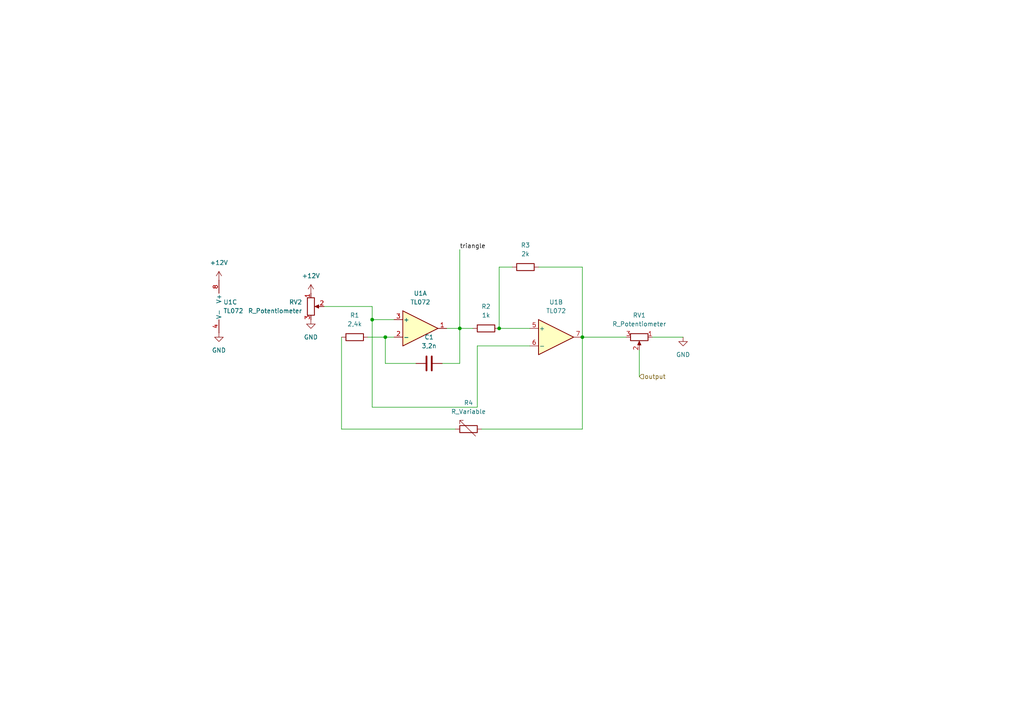
<source format=kicad_sch>
(kicad_sch
	(version 20250114)
	(generator "eeschema")
	(generator_version "9.0")
	(uuid "36a3c8af-8f81-4186-8706-e0adb3a86e43")
	(paper "A4")
	(lib_symbols
		(symbol "Amplifier_Operational:TL072"
			(pin_names
				(offset 0.127)
			)
			(exclude_from_sim no)
			(in_bom yes)
			(on_board yes)
			(property "Reference" "U"
				(at 0 5.08 0)
				(effects
					(font
						(size 1.27 1.27)
					)
					(justify left)
				)
			)
			(property "Value" "TL072"
				(at 0 -5.08 0)
				(effects
					(font
						(size 1.27 1.27)
					)
					(justify left)
				)
			)
			(property "Footprint" ""
				(at 0 0 0)
				(effects
					(font
						(size 1.27 1.27)
					)
					(hide yes)
				)
			)
			(property "Datasheet" "http://www.ti.com/lit/ds/symlink/tl071.pdf"
				(at 0 0 0)
				(effects
					(font
						(size 1.27 1.27)
					)
					(hide yes)
				)
			)
			(property "Description" "Dual Low-Noise JFET-Input Operational Amplifiers, DIP-8/SOIC-8"
				(at 0 0 0)
				(effects
					(font
						(size 1.27 1.27)
					)
					(hide yes)
				)
			)
			(property "ki_locked" ""
				(at 0 0 0)
				(effects
					(font
						(size 1.27 1.27)
					)
				)
			)
			(property "ki_keywords" "dual opamp"
				(at 0 0 0)
				(effects
					(font
						(size 1.27 1.27)
					)
					(hide yes)
				)
			)
			(property "ki_fp_filters" "SOIC*3.9x4.9mm*P1.27mm* DIP*W7.62mm* TO*99* OnSemi*Micro8* TSSOP*3x3mm*P0.65mm* TSSOP*4.4x3mm*P0.65mm* MSOP*3x3mm*P0.65mm* SSOP*3.9x4.9mm*P0.635mm* LFCSP*2x2mm*P0.5mm* *SIP* SOIC*5.3x6.2mm*P1.27mm*"
				(at 0 0 0)
				(effects
					(font
						(size 1.27 1.27)
					)
					(hide yes)
				)
			)
			(symbol "TL072_1_1"
				(polyline
					(pts
						(xy -5.08 5.08) (xy 5.08 0) (xy -5.08 -5.08) (xy -5.08 5.08)
					)
					(stroke
						(width 0.254)
						(type default)
					)
					(fill
						(type background)
					)
				)
				(pin input line
					(at -7.62 2.54 0)
					(length 2.54)
					(name "+"
						(effects
							(font
								(size 1.27 1.27)
							)
						)
					)
					(number "3"
						(effects
							(font
								(size 1.27 1.27)
							)
						)
					)
				)
				(pin input line
					(at -7.62 -2.54 0)
					(length 2.54)
					(name "-"
						(effects
							(font
								(size 1.27 1.27)
							)
						)
					)
					(number "2"
						(effects
							(font
								(size 1.27 1.27)
							)
						)
					)
				)
				(pin output line
					(at 7.62 0 180)
					(length 2.54)
					(name "~"
						(effects
							(font
								(size 1.27 1.27)
							)
						)
					)
					(number "1"
						(effects
							(font
								(size 1.27 1.27)
							)
						)
					)
				)
			)
			(symbol "TL072_2_1"
				(polyline
					(pts
						(xy -5.08 5.08) (xy 5.08 0) (xy -5.08 -5.08) (xy -5.08 5.08)
					)
					(stroke
						(width 0.254)
						(type default)
					)
					(fill
						(type background)
					)
				)
				(pin input line
					(at -7.62 2.54 0)
					(length 2.54)
					(name "+"
						(effects
							(font
								(size 1.27 1.27)
							)
						)
					)
					(number "5"
						(effects
							(font
								(size 1.27 1.27)
							)
						)
					)
				)
				(pin input line
					(at -7.62 -2.54 0)
					(length 2.54)
					(name "-"
						(effects
							(font
								(size 1.27 1.27)
							)
						)
					)
					(number "6"
						(effects
							(font
								(size 1.27 1.27)
							)
						)
					)
				)
				(pin output line
					(at 7.62 0 180)
					(length 2.54)
					(name "~"
						(effects
							(font
								(size 1.27 1.27)
							)
						)
					)
					(number "7"
						(effects
							(font
								(size 1.27 1.27)
							)
						)
					)
				)
			)
			(symbol "TL072_3_1"
				(pin power_in line
					(at -2.54 7.62 270)
					(length 3.81)
					(name "V+"
						(effects
							(font
								(size 1.27 1.27)
							)
						)
					)
					(number "8"
						(effects
							(font
								(size 1.27 1.27)
							)
						)
					)
				)
				(pin power_in line
					(at -2.54 -7.62 90)
					(length 3.81)
					(name "V-"
						(effects
							(font
								(size 1.27 1.27)
							)
						)
					)
					(number "4"
						(effects
							(font
								(size 1.27 1.27)
							)
						)
					)
				)
			)
			(embedded_fonts no)
		)
		(symbol "Device:C"
			(pin_numbers
				(hide yes)
			)
			(pin_names
				(offset 0.254)
			)
			(exclude_from_sim no)
			(in_bom yes)
			(on_board yes)
			(property "Reference" "C"
				(at 0.635 2.54 0)
				(effects
					(font
						(size 1.27 1.27)
					)
					(justify left)
				)
			)
			(property "Value" "C"
				(at 0.635 -2.54 0)
				(effects
					(font
						(size 1.27 1.27)
					)
					(justify left)
				)
			)
			(property "Footprint" ""
				(at 0.9652 -3.81 0)
				(effects
					(font
						(size 1.27 1.27)
					)
					(hide yes)
				)
			)
			(property "Datasheet" "~"
				(at 0 0 0)
				(effects
					(font
						(size 1.27 1.27)
					)
					(hide yes)
				)
			)
			(property "Description" "Unpolarized capacitor"
				(at 0 0 0)
				(effects
					(font
						(size 1.27 1.27)
					)
					(hide yes)
				)
			)
			(property "ki_keywords" "cap capacitor"
				(at 0 0 0)
				(effects
					(font
						(size 1.27 1.27)
					)
					(hide yes)
				)
			)
			(property "ki_fp_filters" "C_*"
				(at 0 0 0)
				(effects
					(font
						(size 1.27 1.27)
					)
					(hide yes)
				)
			)
			(symbol "C_0_1"
				(polyline
					(pts
						(xy -2.032 0.762) (xy 2.032 0.762)
					)
					(stroke
						(width 0.508)
						(type default)
					)
					(fill
						(type none)
					)
				)
				(polyline
					(pts
						(xy -2.032 -0.762) (xy 2.032 -0.762)
					)
					(stroke
						(width 0.508)
						(type default)
					)
					(fill
						(type none)
					)
				)
			)
			(symbol "C_1_1"
				(pin passive line
					(at 0 3.81 270)
					(length 2.794)
					(name "~"
						(effects
							(font
								(size 1.27 1.27)
							)
						)
					)
					(number "1"
						(effects
							(font
								(size 1.27 1.27)
							)
						)
					)
				)
				(pin passive line
					(at 0 -3.81 90)
					(length 2.794)
					(name "~"
						(effects
							(font
								(size 1.27 1.27)
							)
						)
					)
					(number "2"
						(effects
							(font
								(size 1.27 1.27)
							)
						)
					)
				)
			)
			(embedded_fonts no)
		)
		(symbol "Device:R"
			(pin_numbers
				(hide yes)
			)
			(pin_names
				(offset 0)
			)
			(exclude_from_sim no)
			(in_bom yes)
			(on_board yes)
			(property "Reference" "R"
				(at 2.032 0 90)
				(effects
					(font
						(size 1.27 1.27)
					)
				)
			)
			(property "Value" "R"
				(at 0 0 90)
				(effects
					(font
						(size 1.27 1.27)
					)
				)
			)
			(property "Footprint" ""
				(at -1.778 0 90)
				(effects
					(font
						(size 1.27 1.27)
					)
					(hide yes)
				)
			)
			(property "Datasheet" "~"
				(at 0 0 0)
				(effects
					(font
						(size 1.27 1.27)
					)
					(hide yes)
				)
			)
			(property "Description" "Resistor"
				(at 0 0 0)
				(effects
					(font
						(size 1.27 1.27)
					)
					(hide yes)
				)
			)
			(property "ki_keywords" "R res resistor"
				(at 0 0 0)
				(effects
					(font
						(size 1.27 1.27)
					)
					(hide yes)
				)
			)
			(property "ki_fp_filters" "R_*"
				(at 0 0 0)
				(effects
					(font
						(size 1.27 1.27)
					)
					(hide yes)
				)
			)
			(symbol "R_0_1"
				(rectangle
					(start -1.016 -2.54)
					(end 1.016 2.54)
					(stroke
						(width 0.254)
						(type default)
					)
					(fill
						(type none)
					)
				)
			)
			(symbol "R_1_1"
				(pin passive line
					(at 0 3.81 270)
					(length 1.27)
					(name "~"
						(effects
							(font
								(size 1.27 1.27)
							)
						)
					)
					(number "1"
						(effects
							(font
								(size 1.27 1.27)
							)
						)
					)
				)
				(pin passive line
					(at 0 -3.81 90)
					(length 1.27)
					(name "~"
						(effects
							(font
								(size 1.27 1.27)
							)
						)
					)
					(number "2"
						(effects
							(font
								(size 1.27 1.27)
							)
						)
					)
				)
			)
			(embedded_fonts no)
		)
		(symbol "Device:R_Potentiometer"
			(pin_names
				(offset 1.016)
				(hide yes)
			)
			(exclude_from_sim no)
			(in_bom yes)
			(on_board yes)
			(property "Reference" "RV"
				(at -4.445 0 90)
				(effects
					(font
						(size 1.27 1.27)
					)
				)
			)
			(property "Value" "R_Potentiometer"
				(at -2.54 0 90)
				(effects
					(font
						(size 1.27 1.27)
					)
				)
			)
			(property "Footprint" ""
				(at 0 0 0)
				(effects
					(font
						(size 1.27 1.27)
					)
					(hide yes)
				)
			)
			(property "Datasheet" "~"
				(at 0 0 0)
				(effects
					(font
						(size 1.27 1.27)
					)
					(hide yes)
				)
			)
			(property "Description" "Potentiometer"
				(at 0 0 0)
				(effects
					(font
						(size 1.27 1.27)
					)
					(hide yes)
				)
			)
			(property "ki_keywords" "resistor variable"
				(at 0 0 0)
				(effects
					(font
						(size 1.27 1.27)
					)
					(hide yes)
				)
			)
			(property "ki_fp_filters" "Potentiometer*"
				(at 0 0 0)
				(effects
					(font
						(size 1.27 1.27)
					)
					(hide yes)
				)
			)
			(symbol "R_Potentiometer_0_1"
				(rectangle
					(start 1.016 2.54)
					(end -1.016 -2.54)
					(stroke
						(width 0.254)
						(type default)
					)
					(fill
						(type none)
					)
				)
				(polyline
					(pts
						(xy 1.143 0) (xy 2.286 0.508) (xy 2.286 -0.508) (xy 1.143 0)
					)
					(stroke
						(width 0)
						(type default)
					)
					(fill
						(type outline)
					)
				)
				(polyline
					(pts
						(xy 2.54 0) (xy 1.524 0)
					)
					(stroke
						(width 0)
						(type default)
					)
					(fill
						(type none)
					)
				)
			)
			(symbol "R_Potentiometer_1_1"
				(pin passive line
					(at 0 3.81 270)
					(length 1.27)
					(name "1"
						(effects
							(font
								(size 1.27 1.27)
							)
						)
					)
					(number "1"
						(effects
							(font
								(size 1.27 1.27)
							)
						)
					)
				)
				(pin passive line
					(at 0 -3.81 90)
					(length 1.27)
					(name "3"
						(effects
							(font
								(size 1.27 1.27)
							)
						)
					)
					(number "3"
						(effects
							(font
								(size 1.27 1.27)
							)
						)
					)
				)
				(pin passive line
					(at 3.81 0 180)
					(length 1.27)
					(name "2"
						(effects
							(font
								(size 1.27 1.27)
							)
						)
					)
					(number "2"
						(effects
							(font
								(size 1.27 1.27)
							)
						)
					)
				)
			)
			(embedded_fonts no)
		)
		(symbol "Device:R_Variable"
			(pin_numbers
				(hide yes)
			)
			(pin_names
				(offset 0)
			)
			(exclude_from_sim no)
			(in_bom yes)
			(on_board yes)
			(property "Reference" "R"
				(at 2.54 -2.54 90)
				(effects
					(font
						(size 1.27 1.27)
					)
					(justify left)
				)
			)
			(property "Value" "R_Variable"
				(at -2.54 -1.27 90)
				(effects
					(font
						(size 1.27 1.27)
					)
					(justify left)
				)
			)
			(property "Footprint" ""
				(at -1.778 0 90)
				(effects
					(font
						(size 1.27 1.27)
					)
					(hide yes)
				)
			)
			(property "Datasheet" "~"
				(at 0 0 0)
				(effects
					(font
						(size 1.27 1.27)
					)
					(hide yes)
				)
			)
			(property "Description" "Variable resistor"
				(at 0 0 0)
				(effects
					(font
						(size 1.27 1.27)
					)
					(hide yes)
				)
			)
			(property "ki_keywords" "R res resistor variable potentiometer rheostat"
				(at 0 0 0)
				(effects
					(font
						(size 1.27 1.27)
					)
					(hide yes)
				)
			)
			(property "ki_fp_filters" "R_*"
				(at 0 0 0)
				(effects
					(font
						(size 1.27 1.27)
					)
					(hide yes)
				)
			)
			(symbol "R_Variable_0_1"
				(rectangle
					(start -1.016 -2.54)
					(end 1.016 2.54)
					(stroke
						(width 0.254)
						(type default)
					)
					(fill
						(type none)
					)
				)
				(polyline
					(pts
						(xy 2.54 1.524) (xy 2.54 2.54) (xy 1.524 2.54) (xy 2.54 2.54) (xy -2.032 -2.032)
					)
					(stroke
						(width 0)
						(type default)
					)
					(fill
						(type none)
					)
				)
			)
			(symbol "R_Variable_1_1"
				(pin passive line
					(at 0 3.81 270)
					(length 1.27)
					(name "~"
						(effects
							(font
								(size 1.27 1.27)
							)
						)
					)
					(number "1"
						(effects
							(font
								(size 1.27 1.27)
							)
						)
					)
				)
				(pin passive line
					(at 0 -3.81 90)
					(length 1.27)
					(name "~"
						(effects
							(font
								(size 1.27 1.27)
							)
						)
					)
					(number "2"
						(effects
							(font
								(size 1.27 1.27)
							)
						)
					)
				)
			)
			(embedded_fonts no)
		)
		(symbol "power:+12V"
			(power)
			(pin_numbers
				(hide yes)
			)
			(pin_names
				(offset 0)
				(hide yes)
			)
			(exclude_from_sim no)
			(in_bom yes)
			(on_board yes)
			(property "Reference" "#PWR"
				(at 0 -3.81 0)
				(effects
					(font
						(size 1.27 1.27)
					)
					(hide yes)
				)
			)
			(property "Value" "+12V"
				(at 0 3.556 0)
				(effects
					(font
						(size 1.27 1.27)
					)
				)
			)
			(property "Footprint" ""
				(at 0 0 0)
				(effects
					(font
						(size 1.27 1.27)
					)
					(hide yes)
				)
			)
			(property "Datasheet" ""
				(at 0 0 0)
				(effects
					(font
						(size 1.27 1.27)
					)
					(hide yes)
				)
			)
			(property "Description" "Power symbol creates a global label with name \"+12V\""
				(at 0 0 0)
				(effects
					(font
						(size 1.27 1.27)
					)
					(hide yes)
				)
			)
			(property "ki_keywords" "global power"
				(at 0 0 0)
				(effects
					(font
						(size 1.27 1.27)
					)
					(hide yes)
				)
			)
			(symbol "+12V_0_1"
				(polyline
					(pts
						(xy -0.762 1.27) (xy 0 2.54)
					)
					(stroke
						(width 0)
						(type default)
					)
					(fill
						(type none)
					)
				)
				(polyline
					(pts
						(xy 0 2.54) (xy 0.762 1.27)
					)
					(stroke
						(width 0)
						(type default)
					)
					(fill
						(type none)
					)
				)
				(polyline
					(pts
						(xy 0 0) (xy 0 2.54)
					)
					(stroke
						(width 0)
						(type default)
					)
					(fill
						(type none)
					)
				)
			)
			(symbol "+12V_1_1"
				(pin power_in line
					(at 0 0 90)
					(length 0)
					(name "~"
						(effects
							(font
								(size 1.27 1.27)
							)
						)
					)
					(number "1"
						(effects
							(font
								(size 1.27 1.27)
							)
						)
					)
				)
			)
			(embedded_fonts no)
		)
		(symbol "power:GND"
			(power)
			(pin_numbers
				(hide yes)
			)
			(pin_names
				(offset 0)
				(hide yes)
			)
			(exclude_from_sim no)
			(in_bom yes)
			(on_board yes)
			(property "Reference" "#PWR"
				(at 0 -6.35 0)
				(effects
					(font
						(size 1.27 1.27)
					)
					(hide yes)
				)
			)
			(property "Value" "GND"
				(at 0 -3.81 0)
				(effects
					(font
						(size 1.27 1.27)
					)
				)
			)
			(property "Footprint" ""
				(at 0 0 0)
				(effects
					(font
						(size 1.27 1.27)
					)
					(hide yes)
				)
			)
			(property "Datasheet" ""
				(at 0 0 0)
				(effects
					(font
						(size 1.27 1.27)
					)
					(hide yes)
				)
			)
			(property "Description" "Power symbol creates a global label with name \"GND\" , ground"
				(at 0 0 0)
				(effects
					(font
						(size 1.27 1.27)
					)
					(hide yes)
				)
			)
			(property "ki_keywords" "global power"
				(at 0 0 0)
				(effects
					(font
						(size 1.27 1.27)
					)
					(hide yes)
				)
			)
			(symbol "GND_0_1"
				(polyline
					(pts
						(xy 0 0) (xy 0 -1.27) (xy 1.27 -1.27) (xy 0 -2.54) (xy -1.27 -1.27) (xy 0 -1.27)
					)
					(stroke
						(width 0)
						(type default)
					)
					(fill
						(type none)
					)
				)
			)
			(symbol "GND_1_1"
				(pin power_in line
					(at 0 0 270)
					(length 0)
					(name "~"
						(effects
							(font
								(size 1.27 1.27)
							)
						)
					)
					(number "1"
						(effects
							(font
								(size 1.27 1.27)
							)
						)
					)
				)
			)
			(embedded_fonts no)
		)
	)
	(junction
		(at 168.91 97.79)
		(diameter 0)
		(color 0 0 0 0)
		(uuid "5710e48c-6c21-42e2-91dc-615a1838f9b9")
	)
	(junction
		(at 111.76 97.79)
		(diameter 0)
		(color 0 0 0 0)
		(uuid "67efbce8-307c-4a16-9488-6276c4cb6da1")
	)
	(junction
		(at 144.78 95.25)
		(diameter 0)
		(color 0 0 0 0)
		(uuid "7f4b31f1-702d-4d19-9d6e-e861a4d7df9c")
	)
	(junction
		(at 133.35 95.25)
		(diameter 0)
		(color 0 0 0 0)
		(uuid "bd893673-d60c-49a4-9758-ca3884a525c1")
	)
	(junction
		(at 107.95 92.71)
		(diameter 0)
		(color 0 0 0 0)
		(uuid "f673d3cd-f483-41c5-b685-bc7f03395daa")
	)
	(wire
		(pts
			(xy 185.42 101.6) (xy 185.42 109.22)
		)
		(stroke
			(width 0)
			(type default)
		)
		(uuid "02872ad1-f153-48b0-9447-e47d6c48b784")
	)
	(wire
		(pts
			(xy 106.68 97.79) (xy 111.76 97.79)
		)
		(stroke
			(width 0)
			(type default)
		)
		(uuid "055bcf3a-d9e4-4b38-9f1f-790244a7aaa5")
	)
	(wire
		(pts
			(xy 133.35 72.39) (xy 133.35 95.25)
		)
		(stroke
			(width 0)
			(type default)
		)
		(uuid "0faa64d8-79f0-4aac-be2d-84a14805d2d4")
	)
	(wire
		(pts
			(xy 168.91 77.47) (xy 168.91 97.79)
		)
		(stroke
			(width 0)
			(type default)
		)
		(uuid "1150a8ce-b27e-4fed-94c5-586cd9dea5b7")
	)
	(wire
		(pts
			(xy 144.78 95.25) (xy 153.67 95.25)
		)
		(stroke
			(width 0)
			(type default)
		)
		(uuid "1162271a-2e11-4b37-914b-cb3c61ee32bf")
	)
	(wire
		(pts
			(xy 168.91 97.79) (xy 181.61 97.79)
		)
		(stroke
			(width 0)
			(type default)
		)
		(uuid "17d8a216-8581-48cb-b687-1085665daa00")
	)
	(wire
		(pts
			(xy 128.27 105.41) (xy 133.35 105.41)
		)
		(stroke
			(width 0)
			(type default)
		)
		(uuid "2df80c80-5c48-42c9-9e3e-8e73df99a16b")
	)
	(wire
		(pts
			(xy 107.95 92.71) (xy 107.95 118.11)
		)
		(stroke
			(width 0)
			(type default)
		)
		(uuid "31402f3a-6bbb-42ee-af28-a5e2599ded7c")
	)
	(wire
		(pts
			(xy 99.06 97.79) (xy 99.06 124.46)
		)
		(stroke
			(width 0)
			(type default)
		)
		(uuid "37a006bb-a0bd-444b-a2c0-87ae34f82f90")
	)
	(wire
		(pts
			(xy 111.76 105.41) (xy 120.65 105.41)
		)
		(stroke
			(width 0)
			(type default)
		)
		(uuid "4ebed789-a02b-4c34-87f0-298482de8964")
	)
	(wire
		(pts
			(xy 144.78 77.47) (xy 148.59 77.47)
		)
		(stroke
			(width 0)
			(type default)
		)
		(uuid "523f2bfc-4d99-4e18-b803-f6231384abe1")
	)
	(wire
		(pts
			(xy 111.76 97.79) (xy 114.3 97.79)
		)
		(stroke
			(width 0)
			(type default)
		)
		(uuid "5ac8c256-a521-441e-b9f3-276ca1bd0ab3")
	)
	(wire
		(pts
			(xy 133.35 95.25) (xy 137.16 95.25)
		)
		(stroke
			(width 0)
			(type default)
		)
		(uuid "5bc996e4-f35d-4c30-a39b-f187c0b76efc")
	)
	(wire
		(pts
			(xy 133.35 105.41) (xy 133.35 95.25)
		)
		(stroke
			(width 0)
			(type default)
		)
		(uuid "6517e2b5-a377-49ba-b36f-e6f3ab28b131")
	)
	(wire
		(pts
			(xy 107.95 92.71) (xy 114.3 92.71)
		)
		(stroke
			(width 0)
			(type default)
		)
		(uuid "6c5a5cea-55ed-4090-a8ee-856ef68c508c")
	)
	(wire
		(pts
			(xy 139.7 124.46) (xy 168.91 124.46)
		)
		(stroke
			(width 0)
			(type default)
		)
		(uuid "85f18f35-157a-4bb1-87ae-9ecf68886474")
	)
	(wire
		(pts
			(xy 153.67 100.33) (xy 138.43 100.33)
		)
		(stroke
			(width 0)
			(type default)
		)
		(uuid "89720016-95ed-4d8c-962a-386845993bdd")
	)
	(wire
		(pts
			(xy 156.21 77.47) (xy 168.91 77.47)
		)
		(stroke
			(width 0)
			(type default)
		)
		(uuid "934937f9-2bbf-46bc-83a2-81295bf50c1a")
	)
	(wire
		(pts
			(xy 138.43 100.33) (xy 138.43 118.11)
		)
		(stroke
			(width 0)
			(type default)
		)
		(uuid "9d421cab-2e06-47a5-bb9d-4ea1e7ba2ba3")
	)
	(wire
		(pts
			(xy 107.95 88.9) (xy 107.95 92.71)
		)
		(stroke
			(width 0)
			(type default)
		)
		(uuid "a278a5f4-e663-4a76-ab9c-4edd7657d331")
	)
	(wire
		(pts
			(xy 189.23 97.79) (xy 198.12 97.79)
		)
		(stroke
			(width 0)
			(type default)
		)
		(uuid "a2b4fc49-3762-4931-b65c-c69c75580557")
	)
	(wire
		(pts
			(xy 99.06 124.46) (xy 132.08 124.46)
		)
		(stroke
			(width 0)
			(type default)
		)
		(uuid "c4c1ed99-4a2b-40d0-8d96-a1407fdcf9b7")
	)
	(wire
		(pts
			(xy 93.98 88.9) (xy 107.95 88.9)
		)
		(stroke
			(width 0)
			(type default)
		)
		(uuid "c72e0274-9a56-419b-b011-a0e2cf1952cc")
	)
	(wire
		(pts
			(xy 144.78 95.25) (xy 144.78 77.47)
		)
		(stroke
			(width 0)
			(type default)
		)
		(uuid "c9d26306-1b78-48dd-9ea1-7e46f75a9e1d")
	)
	(wire
		(pts
			(xy 107.95 118.11) (xy 138.43 118.11)
		)
		(stroke
			(width 0)
			(type default)
		)
		(uuid "d624daa7-9f93-4322-a7e1-7fd32b248dd0")
	)
	(wire
		(pts
			(xy 129.54 95.25) (xy 133.35 95.25)
		)
		(stroke
			(width 0)
			(type default)
		)
		(uuid "d62621dd-b4ad-4b61-9fbd-623efc401879")
	)
	(wire
		(pts
			(xy 111.76 97.79) (xy 111.76 105.41)
		)
		(stroke
			(width 0)
			(type default)
		)
		(uuid "fcf71aac-4e6f-43e6-9901-cbee8ed12c89")
	)
	(wire
		(pts
			(xy 168.91 124.46) (xy 168.91 97.79)
		)
		(stroke
			(width 0)
			(type default)
		)
		(uuid "fd20c50d-1d0c-4946-b569-9bc2c7dde0b7")
	)
	(label "triangle"
		(at 133.35 72.39 0)
		(effects
			(font
				(size 1.27 1.27)
			)
			(justify left bottom)
		)
		(uuid "2a534b25-5e48-4caa-902c-7bbeb01e24bd")
	)
	(hierarchical_label "output"
		(shape input)
		(at 185.42 109.22 0)
		(effects
			(font
				(size 1.27 1.27)
			)
			(justify left)
		)
		(uuid "10c21821-6e19-4bcb-b305-37e511b3c692")
	)
	(symbol
		(lib_id "power:+12V")
		(at 63.5 81.28 0)
		(unit 1)
		(exclude_from_sim no)
		(in_bom yes)
		(on_board yes)
		(dnp no)
		(fields_autoplaced yes)
		(uuid "238fa682-f27d-4138-814e-4e675aa82075")
		(property "Reference" "#PWR04"
			(at 63.5 85.09 0)
			(effects
				(font
					(size 1.27 1.27)
				)
				(hide yes)
			)
		)
		(property "Value" "+12V"
			(at 63.5 76.2 0)
			(effects
				(font
					(size 1.27 1.27)
				)
			)
		)
		(property "Footprint" ""
			(at 63.5 81.28 0)
			(effects
				(font
					(size 1.27 1.27)
				)
				(hide yes)
			)
		)
		(property "Datasheet" ""
			(at 63.5 81.28 0)
			(effects
				(font
					(size 1.27 1.27)
				)
				(hide yes)
			)
		)
		(property "Description" "Power symbol creates a global label with name \"+12V\""
			(at 63.5 81.28 0)
			(effects
				(font
					(size 1.27 1.27)
				)
				(hide yes)
			)
		)
		(pin "1"
			(uuid "0b062b92-1770-48f3-a37e-3e9a4b02300b")
		)
		(instances
			(project "lebegteto_analog"
				(path "/69584044-3e78-46a7-9ace-309a005e8329/76c3ce23-0441-427c-b036-019b5956bfe7"
					(reference "#PWR04")
					(unit 1)
				)
			)
		)
	)
	(symbol
		(lib_id "Device:R_Potentiometer")
		(at 90.17 88.9 0)
		(unit 1)
		(exclude_from_sim no)
		(in_bom yes)
		(on_board yes)
		(dnp no)
		(fields_autoplaced yes)
		(uuid "322078ab-b5f2-46e3-a0dc-cf265dcdc36e")
		(property "Reference" "RV2"
			(at 87.63 87.6299 0)
			(effects
				(font
					(size 1.27 1.27)
				)
				(justify right)
			)
		)
		(property "Value" "R_Potentiometer"
			(at 87.63 90.1699 0)
			(effects
				(font
					(size 1.27 1.27)
				)
				(justify right)
			)
		)
		(property "Footprint" ""
			(at 90.17 88.9 0)
			(effects
				(font
					(size 1.27 1.27)
				)
				(hide yes)
			)
		)
		(property "Datasheet" "~"
			(at 90.17 88.9 0)
			(effects
				(font
					(size 1.27 1.27)
				)
				(hide yes)
			)
		)
		(property "Description" "Potentiometer"
			(at 90.17 88.9 0)
			(effects
				(font
					(size 1.27 1.27)
				)
				(hide yes)
			)
		)
		(pin "3"
			(uuid "cca651a2-19e6-48a6-ad9a-435702452233")
		)
		(pin "2"
			(uuid "c749ac3a-db90-48c0-a540-abeb9b324a31")
		)
		(pin "1"
			(uuid "d66b84a1-1402-4bf2-a355-e03936f34b5a")
		)
		(instances
			(project "lebegteto_analog"
				(path "/69584044-3e78-46a7-9ace-309a005e8329/76c3ce23-0441-427c-b036-019b5956bfe7"
					(reference "RV2")
					(unit 1)
				)
			)
		)
	)
	(symbol
		(lib_id "Amplifier_Operational:TL072")
		(at 66.04 88.9 0)
		(unit 3)
		(exclude_from_sim no)
		(in_bom yes)
		(on_board yes)
		(dnp no)
		(fields_autoplaced yes)
		(uuid "3e45a137-d6cf-4ee9-9e8c-45e8b036626b")
		(property "Reference" "U1"
			(at 64.77 87.6299 0)
			(effects
				(font
					(size 1.27 1.27)
				)
				(justify left)
			)
		)
		(property "Value" "TL072"
			(at 64.77 90.1699 0)
			(effects
				(font
					(size 1.27 1.27)
				)
				(justify left)
			)
		)
		(property "Footprint" ""
			(at 66.04 88.9 0)
			(effects
				(font
					(size 1.27 1.27)
				)
				(hide yes)
			)
		)
		(property "Datasheet" "http://www.ti.com/lit/ds/symlink/tl071.pdf"
			(at 66.04 88.9 0)
			(effects
				(font
					(size 1.27 1.27)
				)
				(hide yes)
			)
		)
		(property "Description" "Dual Low-Noise JFET-Input Operational Amplifiers, DIP-8/SOIC-8"
			(at 66.04 88.9 0)
			(effects
				(font
					(size 1.27 1.27)
				)
				(hide yes)
			)
		)
		(pin "3"
			(uuid "8fe44fb4-f7a9-471a-ad4a-3dd1a3fcaf46")
		)
		(pin "6"
			(uuid "12866e78-7f0f-4f9d-a7b7-1d3a0abea167")
		)
		(pin "5"
			(uuid "f9109488-1f05-4984-b8dc-578e376b11cd")
		)
		(pin "2"
			(uuid "fdaffcf7-a4d1-49de-918b-c815eb06878e")
		)
		(pin "4"
			(uuid "7afa577d-6875-4c6c-9dde-477d5ec5165d")
		)
		(pin "8"
			(uuid "a6dcc833-d040-4cd3-9e81-3107277a0b44")
		)
		(pin "7"
			(uuid "212a87b9-2be2-4e5b-8005-b64845447b80")
		)
		(pin "1"
			(uuid "49867757-0020-4f1f-bea5-9f5bba19fee2")
		)
		(instances
			(project "lebegteto_analog"
				(path "/69584044-3e78-46a7-9ace-309a005e8329/76c3ce23-0441-427c-b036-019b5956bfe7"
					(reference "U1")
					(unit 3)
				)
			)
		)
	)
	(symbol
		(lib_id "power:+12V")
		(at 90.17 85.09 0)
		(unit 1)
		(exclude_from_sim no)
		(in_bom yes)
		(on_board yes)
		(dnp no)
		(fields_autoplaced yes)
		(uuid "747db818-69c7-4d6f-9564-18478a97b70f")
		(property "Reference" "#PWR03"
			(at 90.17 88.9 0)
			(effects
				(font
					(size 1.27 1.27)
				)
				(hide yes)
			)
		)
		(property "Value" "+12V"
			(at 90.17 80.01 0)
			(effects
				(font
					(size 1.27 1.27)
				)
			)
		)
		(property "Footprint" ""
			(at 90.17 85.09 0)
			(effects
				(font
					(size 1.27 1.27)
				)
				(hide yes)
			)
		)
		(property "Datasheet" ""
			(at 90.17 85.09 0)
			(effects
				(font
					(size 1.27 1.27)
				)
				(hide yes)
			)
		)
		(property "Description" "Power symbol creates a global label with name \"+12V\""
			(at 90.17 85.09 0)
			(effects
				(font
					(size 1.27 1.27)
				)
				(hide yes)
			)
		)
		(pin "1"
			(uuid "5fbdd3c3-84db-44d8-b17d-82c68ed9f520")
		)
		(instances
			(project "lebegteto_analog"
				(path "/69584044-3e78-46a7-9ace-309a005e8329/76c3ce23-0441-427c-b036-019b5956bfe7"
					(reference "#PWR03")
					(unit 1)
				)
			)
		)
	)
	(symbol
		(lib_id "Amplifier_Operational:TL072")
		(at 161.29 97.79 0)
		(unit 2)
		(exclude_from_sim no)
		(in_bom yes)
		(on_board yes)
		(dnp no)
		(fields_autoplaced yes)
		(uuid "85c061f8-8cee-4fe5-9b69-f477cbe1658e")
		(property "Reference" "U1"
			(at 161.29 87.63 0)
			(effects
				(font
					(size 1.27 1.27)
				)
			)
		)
		(property "Value" "TL072"
			(at 161.29 90.17 0)
			(effects
				(font
					(size 1.27 1.27)
				)
			)
		)
		(property "Footprint" ""
			(at 161.29 97.79 0)
			(effects
				(font
					(size 1.27 1.27)
				)
				(hide yes)
			)
		)
		(property "Datasheet" "http://www.ti.com/lit/ds/symlink/tl071.pdf"
			(at 161.29 97.79 0)
			(effects
				(font
					(size 1.27 1.27)
				)
				(hide yes)
			)
		)
		(property "Description" "Dual Low-Noise JFET-Input Operational Amplifiers, DIP-8/SOIC-8"
			(at 161.29 97.79 0)
			(effects
				(font
					(size 1.27 1.27)
				)
				(hide yes)
			)
		)
		(pin "3"
			(uuid "8fe44fb4-f7a9-471a-ad4a-3dd1a3fcaf47")
		)
		(pin "6"
			(uuid "12866e78-7f0f-4f9d-a7b7-1d3a0abea168")
		)
		(pin "5"
			(uuid "f9109488-1f05-4984-b8dc-578e376b11ce")
		)
		(pin "2"
			(uuid "fdaffcf7-a4d1-49de-918b-c815eb06878f")
		)
		(pin "4"
			(uuid "7afa577d-6875-4c6c-9dde-477d5ec5165e")
		)
		(pin "8"
			(uuid "a6dcc833-d040-4cd3-9e81-3107277a0b45")
		)
		(pin "7"
			(uuid "212a87b9-2be2-4e5b-8005-b64845447b81")
		)
		(pin "1"
			(uuid "49867757-0020-4f1f-bea5-9f5bba19fee3")
		)
		(instances
			(project "lebegteto_analog"
				(path "/69584044-3e78-46a7-9ace-309a005e8329/76c3ce23-0441-427c-b036-019b5956bfe7"
					(reference "U1")
					(unit 2)
				)
			)
		)
	)
	(symbol
		(lib_id "Amplifier_Operational:TL072")
		(at 121.92 95.25 0)
		(unit 1)
		(exclude_from_sim no)
		(in_bom yes)
		(on_board yes)
		(dnp no)
		(fields_autoplaced yes)
		(uuid "979785af-0caa-428c-a0a3-c597d1b6a920")
		(property "Reference" "U1"
			(at 121.92 85.09 0)
			(effects
				(font
					(size 1.27 1.27)
				)
			)
		)
		(property "Value" "TL072"
			(at 121.92 87.63 0)
			(effects
				(font
					(size 1.27 1.27)
				)
			)
		)
		(property "Footprint" ""
			(at 121.92 95.25 0)
			(effects
				(font
					(size 1.27 1.27)
				)
				(hide yes)
			)
		)
		(property "Datasheet" "http://www.ti.com/lit/ds/symlink/tl071.pdf"
			(at 121.92 95.25 0)
			(effects
				(font
					(size 1.27 1.27)
				)
				(hide yes)
			)
		)
		(property "Description" "Dual Low-Noise JFET-Input Operational Amplifiers, DIP-8/SOIC-8"
			(at 121.92 95.25 0)
			(effects
				(font
					(size 1.27 1.27)
				)
				(hide yes)
			)
		)
		(pin "3"
			(uuid "8fe44fb4-f7a9-471a-ad4a-3dd1a3fcaf48")
		)
		(pin "6"
			(uuid "12866e78-7f0f-4f9d-a7b7-1d3a0abea169")
		)
		(pin "5"
			(uuid "f9109488-1f05-4984-b8dc-578e376b11cf")
		)
		(pin "2"
			(uuid "fdaffcf7-a4d1-49de-918b-c815eb068790")
		)
		(pin "4"
			(uuid "7afa577d-6875-4c6c-9dde-477d5ec5165f")
		)
		(pin "8"
			(uuid "a6dcc833-d040-4cd3-9e81-3107277a0b46")
		)
		(pin "7"
			(uuid "212a87b9-2be2-4e5b-8005-b64845447b82")
		)
		(pin "1"
			(uuid "49867757-0020-4f1f-bea5-9f5bba19fee4")
		)
		(instances
			(project "lebegteto_analog"
				(path "/69584044-3e78-46a7-9ace-309a005e8329/76c3ce23-0441-427c-b036-019b5956bfe7"
					(reference "U1")
					(unit 1)
				)
			)
		)
	)
	(symbol
		(lib_id "Device:R")
		(at 140.97 95.25 90)
		(unit 1)
		(exclude_from_sim no)
		(in_bom yes)
		(on_board yes)
		(dnp no)
		(fields_autoplaced yes)
		(uuid "ad9f7712-2e8f-4fef-9544-68216f794cc8")
		(property "Reference" "R2"
			(at 140.97 88.9 90)
			(effects
				(font
					(size 1.27 1.27)
				)
			)
		)
		(property "Value" "1k"
			(at 140.97 91.44 90)
			(effects
				(font
					(size 1.27 1.27)
				)
			)
		)
		(property "Footprint" ""
			(at 140.97 97.028 90)
			(effects
				(font
					(size 1.27 1.27)
				)
				(hide yes)
			)
		)
		(property "Datasheet" "~"
			(at 140.97 95.25 0)
			(effects
				(font
					(size 1.27 1.27)
				)
				(hide yes)
			)
		)
		(property "Description" "Resistor"
			(at 140.97 95.25 0)
			(effects
				(font
					(size 1.27 1.27)
				)
				(hide yes)
			)
		)
		(pin "1"
			(uuid "de37e429-1ae3-4386-ab0b-7e3dd0d412df")
		)
		(pin "2"
			(uuid "cdf7c021-1e55-43e4-86a3-fc2a65af6b34")
		)
		(instances
			(project "lebegteto_analog"
				(path "/69584044-3e78-46a7-9ace-309a005e8329/76c3ce23-0441-427c-b036-019b5956bfe7"
					(reference "R2")
					(unit 1)
				)
			)
		)
	)
	(symbol
		(lib_id "Device:R")
		(at 102.87 97.79 90)
		(unit 1)
		(exclude_from_sim no)
		(in_bom yes)
		(on_board yes)
		(dnp no)
		(fields_autoplaced yes)
		(uuid "b982ab56-6988-4bff-8872-66044a785fb9")
		(property "Reference" "R1"
			(at 102.87 91.44 90)
			(effects
				(font
					(size 1.27 1.27)
				)
			)
		)
		(property "Value" "2,4k"
			(at 102.87 93.98 90)
			(effects
				(font
					(size 1.27 1.27)
				)
			)
		)
		(property "Footprint" ""
			(at 102.87 99.568 90)
			(effects
				(font
					(size 1.27 1.27)
				)
				(hide yes)
			)
		)
		(property "Datasheet" "~"
			(at 102.87 97.79 0)
			(effects
				(font
					(size 1.27 1.27)
				)
				(hide yes)
			)
		)
		(property "Description" "Resistor"
			(at 102.87 97.79 0)
			(effects
				(font
					(size 1.27 1.27)
				)
				(hide yes)
			)
		)
		(pin "2"
			(uuid "aa2b18d1-0448-463b-a28c-d99c4fe5d986")
		)
		(pin "1"
			(uuid "d20cf1ac-e897-4e3e-b78a-eac36b3aaeaf")
		)
		(instances
			(project "lebegteto_analog"
				(path "/69584044-3e78-46a7-9ace-309a005e8329/76c3ce23-0441-427c-b036-019b5956bfe7"
					(reference "R1")
					(unit 1)
				)
			)
		)
	)
	(symbol
		(lib_id "Device:C")
		(at 124.46 105.41 90)
		(unit 1)
		(exclude_from_sim no)
		(in_bom yes)
		(on_board yes)
		(dnp no)
		(fields_autoplaced yes)
		(uuid "ca208398-ac24-459d-b95a-b06ee2e7bfce")
		(property "Reference" "C1"
			(at 124.46 97.79 90)
			(effects
				(font
					(size 1.27 1.27)
				)
			)
		)
		(property "Value" "3,2n"
			(at 124.46 100.33 90)
			(effects
				(font
					(size 1.27 1.27)
				)
			)
		)
		(property "Footprint" ""
			(at 128.27 104.4448 0)
			(effects
				(font
					(size 1.27 1.27)
				)
				(hide yes)
			)
		)
		(property "Datasheet" "~"
			(at 124.46 105.41 0)
			(effects
				(font
					(size 1.27 1.27)
				)
				(hide yes)
			)
		)
		(property "Description" "Unpolarized capacitor"
			(at 124.46 105.41 0)
			(effects
				(font
					(size 1.27 1.27)
				)
				(hide yes)
			)
		)
		(pin "1"
			(uuid "a91d714e-c068-43bd-98f3-0b84e6ee9cc2")
		)
		(pin "2"
			(uuid "17a500ff-b23b-4e45-b334-6483188fb950")
		)
		(instances
			(project "lebegteto_analog"
				(path "/69584044-3e78-46a7-9ace-309a005e8329/76c3ce23-0441-427c-b036-019b5956bfe7"
					(reference "C1")
					(unit 1)
				)
			)
		)
	)
	(symbol
		(lib_id "power:GND")
		(at 198.12 97.79 0)
		(unit 1)
		(exclude_from_sim no)
		(in_bom yes)
		(on_board yes)
		(dnp no)
		(fields_autoplaced yes)
		(uuid "cdddf4a7-4fb3-44cc-ba97-981bbbef9bcb")
		(property "Reference" "#PWR01"
			(at 198.12 104.14 0)
			(effects
				(font
					(size 1.27 1.27)
				)
				(hide yes)
			)
		)
		(property "Value" "GND"
			(at 198.12 102.87 0)
			(effects
				(font
					(size 1.27 1.27)
				)
			)
		)
		(property "Footprint" ""
			(at 198.12 97.79 0)
			(effects
				(font
					(size 1.27 1.27)
				)
				(hide yes)
			)
		)
		(property "Datasheet" ""
			(at 198.12 97.79 0)
			(effects
				(font
					(size 1.27 1.27)
				)
				(hide yes)
			)
		)
		(property "Description" "Power symbol creates a global label with name \"GND\" , ground"
			(at 198.12 97.79 0)
			(effects
				(font
					(size 1.27 1.27)
				)
				(hide yes)
			)
		)
		(pin "1"
			(uuid "4c0897fd-e976-4203-b2c0-7dc79e440e9e")
		)
		(instances
			(project "lebegteto_analog"
				(path "/69584044-3e78-46a7-9ace-309a005e8329/76c3ce23-0441-427c-b036-019b5956bfe7"
					(reference "#PWR01")
					(unit 1)
				)
			)
		)
	)
	(symbol
		(lib_id "Device:R")
		(at 152.4 77.47 90)
		(unit 1)
		(exclude_from_sim no)
		(in_bom yes)
		(on_board yes)
		(dnp no)
		(fields_autoplaced yes)
		(uuid "d969f18f-68b3-4f93-963a-5ad68d144fc5")
		(property "Reference" "R3"
			(at 152.4 71.12 90)
			(effects
				(font
					(size 1.27 1.27)
				)
			)
		)
		(property "Value" "2k"
			(at 152.4 73.66 90)
			(effects
				(font
					(size 1.27 1.27)
				)
			)
		)
		(property "Footprint" ""
			(at 152.4 79.248 90)
			(effects
				(font
					(size 1.27 1.27)
				)
				(hide yes)
			)
		)
		(property "Datasheet" "~"
			(at 152.4 77.47 0)
			(effects
				(font
					(size 1.27 1.27)
				)
				(hide yes)
			)
		)
		(property "Description" "Resistor"
			(at 152.4 77.47 0)
			(effects
				(font
					(size 1.27 1.27)
				)
				(hide yes)
			)
		)
		(pin "1"
			(uuid "11068b2a-84a4-4e18-89b6-734b5892fe52")
		)
		(pin "2"
			(uuid "97bc2ee4-a37a-4030-b369-304693381d04")
		)
		(instances
			(project "lebegteto_analog"
				(path "/69584044-3e78-46a7-9ace-309a005e8329/76c3ce23-0441-427c-b036-019b5956bfe7"
					(reference "R3")
					(unit 1)
				)
			)
		)
	)
	(symbol
		(lib_id "Device:R_Variable")
		(at 135.89 124.46 90)
		(unit 1)
		(exclude_from_sim no)
		(in_bom yes)
		(on_board yes)
		(dnp no)
		(fields_autoplaced yes)
		(uuid "de74d950-1947-44c1-9e60-f9ed281a9edb")
		(property "Reference" "R4"
			(at 135.89 116.84 90)
			(effects
				(font
					(size 1.27 1.27)
				)
			)
		)
		(property "Value" "R_Variable"
			(at 135.89 119.38 90)
			(effects
				(font
					(size 1.27 1.27)
				)
			)
		)
		(property "Footprint" ""
			(at 135.89 126.238 90)
			(effects
				(font
					(size 1.27 1.27)
				)
				(hide yes)
			)
		)
		(property "Datasheet" "~"
			(at 135.89 124.46 0)
			(effects
				(font
					(size 1.27 1.27)
				)
				(hide yes)
			)
		)
		(property "Description" "Variable resistor"
			(at 135.89 124.46 0)
			(effects
				(font
					(size 1.27 1.27)
				)
				(hide yes)
			)
		)
		(pin "2"
			(uuid "61abd053-41a9-4f3b-817a-b26311c42dd9")
		)
		(pin "1"
			(uuid "7b8bf241-650a-48b1-ac67-17b13bf407fb")
		)
		(instances
			(project "lebegteto_analog"
				(path "/69584044-3e78-46a7-9ace-309a005e8329/76c3ce23-0441-427c-b036-019b5956bfe7"
					(reference "R4")
					(unit 1)
				)
			)
		)
	)
	(symbol
		(lib_id "Device:R_Potentiometer")
		(at 185.42 97.79 270)
		(unit 1)
		(exclude_from_sim no)
		(in_bom yes)
		(on_board yes)
		(dnp no)
		(fields_autoplaced yes)
		(uuid "f1470f93-bdcb-48b9-9ac3-f48e4e694821")
		(property "Reference" "RV1"
			(at 185.42 91.44 90)
			(effects
				(font
					(size 1.27 1.27)
				)
			)
		)
		(property "Value" "R_Potentiometer"
			(at 185.42 93.98 90)
			(effects
				(font
					(size 1.27 1.27)
				)
			)
		)
		(property "Footprint" ""
			(at 185.42 97.79 0)
			(effects
				(font
					(size 1.27 1.27)
				)
				(hide yes)
			)
		)
		(property "Datasheet" "~"
			(at 185.42 97.79 0)
			(effects
				(font
					(size 1.27 1.27)
				)
				(hide yes)
			)
		)
		(property "Description" "Potentiometer"
			(at 185.42 97.79 0)
			(effects
				(font
					(size 1.27 1.27)
				)
				(hide yes)
			)
		)
		(pin "1"
			(uuid "18e86178-134a-4185-ad33-45fc88cfb70a")
		)
		(pin "3"
			(uuid "c7d55072-2815-4b92-a58b-1cf79c635b9d")
		)
		(pin "2"
			(uuid "34e40b2c-677c-4561-841b-d58f38273a3f")
		)
		(instances
			(project "lebegteto_analog"
				(path "/69584044-3e78-46a7-9ace-309a005e8329/76c3ce23-0441-427c-b036-019b5956bfe7"
					(reference "RV1")
					(unit 1)
				)
			)
		)
	)
	(symbol
		(lib_id "power:GND")
		(at 63.5 96.52 0)
		(unit 1)
		(exclude_from_sim no)
		(in_bom yes)
		(on_board yes)
		(dnp no)
		(fields_autoplaced yes)
		(uuid "f41014af-1861-492d-8525-d6dd168fb6d8")
		(property "Reference" "#PWR05"
			(at 63.5 102.87 0)
			(effects
				(font
					(size 1.27 1.27)
				)
				(hide yes)
			)
		)
		(property "Value" "GND"
			(at 63.5 101.6 0)
			(effects
				(font
					(size 1.27 1.27)
				)
			)
		)
		(property "Footprint" ""
			(at 63.5 96.52 0)
			(effects
				(font
					(size 1.27 1.27)
				)
				(hide yes)
			)
		)
		(property "Datasheet" ""
			(at 63.5 96.52 0)
			(effects
				(font
					(size 1.27 1.27)
				)
				(hide yes)
			)
		)
		(property "Description" "Power symbol creates a global label with name \"GND\" , ground"
			(at 63.5 96.52 0)
			(effects
				(font
					(size 1.27 1.27)
				)
				(hide yes)
			)
		)
		(pin "1"
			(uuid "b0fcf093-93f4-4421-9bb6-f4803c1c3220")
		)
		(instances
			(project "lebegteto_analog"
				(path "/69584044-3e78-46a7-9ace-309a005e8329/76c3ce23-0441-427c-b036-019b5956bfe7"
					(reference "#PWR05")
					(unit 1)
				)
			)
		)
	)
	(symbol
		(lib_id "power:GND")
		(at 90.17 92.71 0)
		(unit 1)
		(exclude_from_sim no)
		(in_bom yes)
		(on_board yes)
		(dnp no)
		(fields_autoplaced yes)
		(uuid "fe8080c4-2667-462d-90e4-397b2eaee528")
		(property "Reference" "#PWR02"
			(at 90.17 99.06 0)
			(effects
				(font
					(size 1.27 1.27)
				)
				(hide yes)
			)
		)
		(property "Value" "GND"
			(at 90.17 97.79 0)
			(effects
				(font
					(size 1.27 1.27)
				)
			)
		)
		(property "Footprint" ""
			(at 90.17 92.71 0)
			(effects
				(font
					(size 1.27 1.27)
				)
				(hide yes)
			)
		)
		(property "Datasheet" ""
			(at 90.17 92.71 0)
			(effects
				(font
					(size 1.27 1.27)
				)
				(hide yes)
			)
		)
		(property "Description" "Power symbol creates a global label with name \"GND\" , ground"
			(at 90.17 92.71 0)
			(effects
				(font
					(size 1.27 1.27)
				)
				(hide yes)
			)
		)
		(pin "1"
			(uuid "c0dbb7fe-a6ea-4252-a74d-587ba34bcc29")
		)
		(instances
			(project "lebegteto_analog"
				(path "/69584044-3e78-46a7-9ace-309a005e8329/76c3ce23-0441-427c-b036-019b5956bfe7"
					(reference "#PWR02")
					(unit 1)
				)
			)
		)
	)
)

</source>
